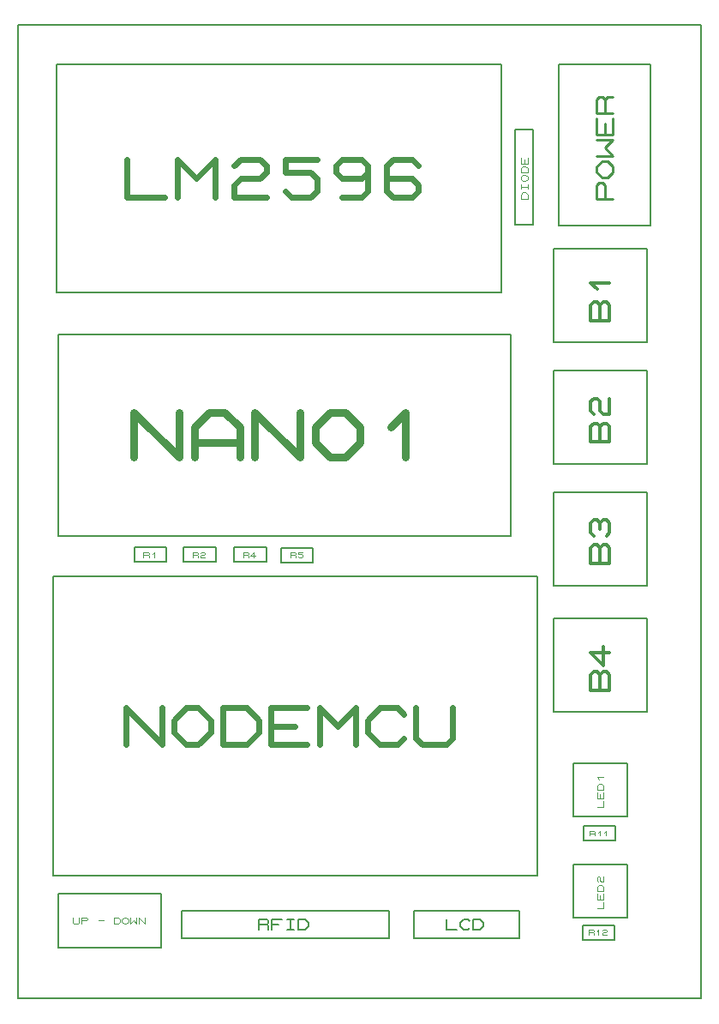
<source format=gbr>
G04 PROTEUS GERBER X2 FILE*
%TF.GenerationSoftware,Labcenter,Proteus,8.6-SP2-Build23525*%
%TF.CreationDate,2019-05-23T03:36:02+00:00*%
%TF.FileFunction,AssemblyDrawing,Top*%
%TF.FilePolarity,Positive*%
%TF.Part,Single*%
%FSLAX45Y45*%
%MOMM*%
G01*
%TA.AperFunction,Material*%
%ADD21C,0.203200*%
%ADD32C,0.745050*%
%TA.AperFunction,Profile*%
%ADD20C,0.203200*%
%TA.AperFunction,Material*%
%ADD33C,0.597540*%
%ADD34C,0.627180*%
%ADD35C,0.265050*%
%ADD36C,0.306990*%
%ADD37C,0.164590*%
%ADD38C,0.106680*%
%ADD39C,0.101030*%
%ADD40C,0.106040*%
%ADD41C,0.085340*%
%ADD42C,0.078740*%
%TD.AperFunction*%
D21*
X-10000160Y+1139840D02*
X-5529840Y+1139840D01*
X-5529840Y+3130160D01*
X-10000160Y+3130160D01*
X-10000160Y+1139840D01*
D32*
X-9255105Y+1911484D02*
X-9255105Y+2358516D01*
X-8808074Y+1911484D01*
X-8808074Y+2358516D01*
X-8659063Y+1911484D02*
X-8659063Y+2209505D01*
X-8510053Y+2358516D01*
X-8361042Y+2358516D01*
X-8212032Y+2209505D01*
X-8212032Y+1911484D01*
X-8659063Y+2060495D02*
X-8212032Y+2060495D01*
X-8063021Y+1911484D02*
X-8063021Y+2358516D01*
X-7615990Y+1911484D01*
X-7615990Y+2358516D01*
X-7466979Y+2209505D02*
X-7317969Y+2358516D01*
X-7168958Y+2358516D01*
X-7019948Y+2209505D01*
X-7019948Y+2060495D01*
X-7168958Y+1911484D01*
X-7317969Y+1911484D01*
X-7466979Y+2060495D01*
X-7466979Y+2209505D01*
X-6721927Y+2209505D02*
X-6572916Y+2358516D01*
X-6572916Y+1911484D01*
D20*
X-10400000Y-3430000D02*
X-3650000Y-3430000D01*
X-3650000Y+6180000D01*
X-10400000Y+6180000D01*
X-10400000Y-3430000D01*
D21*
X-10054160Y-2220160D02*
X-5273840Y-2220160D01*
X-5273840Y+740160D01*
X-10054160Y+740160D01*
X-10054160Y-2220160D01*
D33*
X-9337112Y-919262D02*
X-9337112Y-560738D01*
X-8978588Y-919262D01*
X-8978588Y-560738D01*
X-8859080Y-680246D02*
X-8739572Y-560738D01*
X-8620064Y-560738D01*
X-8500556Y-680246D01*
X-8500556Y-799754D01*
X-8620064Y-919262D01*
X-8739572Y-919262D01*
X-8859080Y-799754D01*
X-8859080Y-680246D01*
X-8381048Y-919262D02*
X-8381048Y-560738D01*
X-8142032Y-560738D01*
X-8022524Y-680246D01*
X-8022524Y-799754D01*
X-8142032Y-919262D01*
X-8381048Y-919262D01*
X-7544492Y-919262D02*
X-7903016Y-919262D01*
X-7903016Y-560738D01*
X-7544492Y-560738D01*
X-7903016Y-740000D02*
X-7664000Y-740000D01*
X-7424984Y-919262D02*
X-7424984Y-560738D01*
X-7245722Y-740000D01*
X-7066460Y-560738D01*
X-7066460Y-919262D01*
X-6588428Y-859508D02*
X-6648182Y-919262D01*
X-6827444Y-919262D01*
X-6946952Y-799754D01*
X-6946952Y-680246D01*
X-6827444Y-560738D01*
X-6648182Y-560738D01*
X-6588428Y-620492D01*
X-6468920Y-560738D02*
X-6468920Y-859508D01*
X-6409166Y-919262D01*
X-6170150Y-919262D01*
X-6110396Y-859508D01*
X-6110396Y-560738D01*
D21*
X-10020160Y+3539840D02*
X-5629840Y+3539840D01*
X-5629840Y+5790160D01*
X-10020160Y+5790160D01*
X-10020160Y+3539840D01*
D34*
X-9330250Y+4853156D02*
X-9330250Y+4476843D01*
X-8953938Y+4476843D01*
X-8828500Y+4476843D02*
X-8828500Y+4853156D01*
X-8640344Y+4665000D01*
X-8452188Y+4853156D01*
X-8452188Y+4476843D01*
X-8264032Y+4790437D02*
X-8201313Y+4853156D01*
X-8013157Y+4853156D01*
X-7950438Y+4790437D01*
X-7950438Y+4727718D01*
X-8013157Y+4665000D01*
X-8201313Y+4665000D01*
X-8264032Y+4602281D01*
X-8264032Y+4476843D01*
X-7950438Y+4476843D01*
X-7448688Y+4853156D02*
X-7762282Y+4853156D01*
X-7762282Y+4727718D01*
X-7511407Y+4727718D01*
X-7448688Y+4665000D01*
X-7448688Y+4539562D01*
X-7511407Y+4476843D01*
X-7699563Y+4476843D01*
X-7762282Y+4539562D01*
X-6946938Y+4727718D02*
X-7009657Y+4665000D01*
X-7197813Y+4665000D01*
X-7260532Y+4727718D01*
X-7260532Y+4790437D01*
X-7197813Y+4853156D01*
X-7009657Y+4853156D01*
X-6946938Y+4790437D01*
X-6946938Y+4539562D01*
X-7009657Y+4476843D01*
X-7197813Y+4476843D01*
X-6445188Y+4790437D02*
X-6507907Y+4853156D01*
X-6696063Y+4853156D01*
X-6758782Y+4790437D01*
X-6758782Y+4539562D01*
X-6696063Y+4476843D01*
X-6507907Y+4476843D01*
X-6445188Y+4539562D01*
X-6445188Y+4602281D01*
X-6507907Y+4665000D01*
X-6758782Y+4665000D01*
D21*
X-5060160Y+4199840D02*
X-4149840Y+4199840D01*
X-4149840Y+5790160D01*
X-5060160Y+5790160D01*
X-5060160Y+4199840D01*
D35*
X-4525484Y+4464895D02*
X-4684516Y+4464895D01*
X-4684516Y+4597421D01*
X-4658011Y+4623926D01*
X-4631505Y+4623926D01*
X-4605000Y+4597421D01*
X-4605000Y+4464895D01*
X-4631505Y+4676937D02*
X-4684516Y+4729947D01*
X-4684516Y+4782958D01*
X-4631505Y+4835968D01*
X-4578495Y+4835968D01*
X-4525484Y+4782958D01*
X-4525484Y+4729947D01*
X-4578495Y+4676937D01*
X-4631505Y+4676937D01*
X-4684516Y+4888979D02*
X-4525484Y+4888979D01*
X-4605000Y+4968494D01*
X-4525484Y+5048010D01*
X-4684516Y+5048010D01*
X-4525484Y+5260052D02*
X-4525484Y+5101021D01*
X-4684516Y+5101021D01*
X-4684516Y+5260052D01*
X-4605000Y+5101021D02*
X-4605000Y+5207042D01*
X-4525484Y+5313063D02*
X-4684516Y+5313063D01*
X-4684516Y+5445589D01*
X-4658011Y+5472094D01*
X-4631505Y+5472094D01*
X-4605000Y+5445589D01*
X-4605000Y+5313063D01*
X-4605000Y+5445589D02*
X-4578495Y+5472094D01*
X-4525484Y+5472094D01*
D21*
X-5110498Y+3049502D02*
X-4189502Y+3049502D01*
X-4189502Y+3970498D01*
X-5110498Y+3970498D01*
X-5110498Y+3049502D01*
D36*
X-4557900Y+3264402D02*
X-4742099Y+3264402D01*
X-4742099Y+3417900D01*
X-4711399Y+3448600D01*
X-4680699Y+3448600D01*
X-4650000Y+3417900D01*
X-4619300Y+3448600D01*
X-4588600Y+3448600D01*
X-4557900Y+3417900D01*
X-4557900Y+3264402D01*
X-4650000Y+3264402D02*
X-4650000Y+3417900D01*
X-4680699Y+3571399D02*
X-4742099Y+3632799D01*
X-4557900Y+3632799D01*
D21*
X-5110498Y+1849502D02*
X-4189502Y+1849502D01*
X-4189502Y+2770498D01*
X-5110498Y+2770498D01*
X-5110498Y+1849502D01*
D36*
X-4557900Y+2064402D02*
X-4742099Y+2064402D01*
X-4742099Y+2217900D01*
X-4711399Y+2248600D01*
X-4680699Y+2248600D01*
X-4650000Y+2217900D01*
X-4619300Y+2248600D01*
X-4588600Y+2248600D01*
X-4557900Y+2217900D01*
X-4557900Y+2064402D01*
X-4650000Y+2064402D02*
X-4650000Y+2217900D01*
X-4711399Y+2340699D02*
X-4742099Y+2371399D01*
X-4742099Y+2463498D01*
X-4711399Y+2494198D01*
X-4680699Y+2494198D01*
X-4650000Y+2463498D01*
X-4650000Y+2371399D01*
X-4619300Y+2340699D01*
X-4557900Y+2340699D01*
X-4557900Y+2494198D01*
D21*
X-5110498Y+649502D02*
X-4189502Y+649502D01*
X-4189502Y+1570498D01*
X-5110498Y+1570498D01*
X-5110498Y+649502D01*
D36*
X-4557900Y+864402D02*
X-4742099Y+864402D01*
X-4742099Y+1017900D01*
X-4711399Y+1048600D01*
X-4680699Y+1048600D01*
X-4650000Y+1017900D01*
X-4619300Y+1048600D01*
X-4588600Y+1048600D01*
X-4557900Y+1017900D01*
X-4557900Y+864402D01*
X-4650000Y+864402D02*
X-4650000Y+1017900D01*
X-4711399Y+1140699D02*
X-4742099Y+1171399D01*
X-4742099Y+1263498D01*
X-4711399Y+1294198D01*
X-4680699Y+1294198D01*
X-4650000Y+1263498D01*
X-4619300Y+1294198D01*
X-4588600Y+1294198D01*
X-4557900Y+1263498D01*
X-4557900Y+1171399D01*
X-4588600Y+1140699D01*
X-4650000Y+1202099D02*
X-4650000Y+1263498D01*
D21*
X-5110498Y-600498D02*
X-4189502Y-600498D01*
X-4189502Y+320498D01*
X-5110498Y+320498D01*
X-5110498Y-600498D01*
D36*
X-4557900Y-385598D02*
X-4742099Y-385598D01*
X-4742099Y-232100D01*
X-4711399Y-201400D01*
X-4680699Y-201400D01*
X-4650000Y-232100D01*
X-4619300Y-201400D01*
X-4588600Y-201400D01*
X-4557900Y-232100D01*
X-4557900Y-385598D01*
X-4650000Y-385598D02*
X-4650000Y-232100D01*
X-4619300Y+44198D02*
X-4619300Y-140000D01*
X-4742099Y-17201D01*
X-4557900Y-17201D01*
D21*
X-8787160Y-2837160D02*
X-6734840Y-2837160D01*
X-6734840Y-2562840D01*
X-8787160Y-2562840D01*
X-8787160Y-2837160D01*
D37*
X-8024346Y-2749378D02*
X-8024346Y-2650623D01*
X-7942051Y-2650623D01*
X-7925592Y-2667082D01*
X-7925592Y-2683541D01*
X-7942051Y-2700000D01*
X-8024346Y-2700000D01*
X-7942051Y-2700000D02*
X-7925592Y-2716460D01*
X-7925592Y-2749378D01*
X-7892673Y-2749378D02*
X-7892673Y-2650623D01*
X-7793919Y-2650623D01*
X-7892673Y-2700000D02*
X-7826837Y-2700000D01*
X-7744541Y-2650623D02*
X-7678705Y-2650623D01*
X-7711623Y-2650623D02*
X-7711623Y-2749378D01*
X-7744541Y-2749378D02*
X-7678705Y-2749378D01*
X-7629327Y-2749378D02*
X-7629327Y-2650623D01*
X-7563491Y-2650623D01*
X-7530573Y-2683541D01*
X-7530573Y-2716460D01*
X-7563491Y-2749378D01*
X-7629327Y-2749378D01*
D21*
X-5488900Y+4211100D02*
X-5311100Y+4211100D01*
X-5311100Y+5150900D01*
X-5488900Y+5150900D01*
X-5488900Y+4211100D01*
D38*
X-5367996Y+4467640D02*
X-5432004Y+4467640D01*
X-5432004Y+4510312D01*
X-5410668Y+4531648D01*
X-5389332Y+4531648D01*
X-5367996Y+4510312D01*
X-5367996Y+4467640D01*
X-5432004Y+4563652D02*
X-5432004Y+4606324D01*
X-5432004Y+4584988D02*
X-5367996Y+4584988D01*
X-5367996Y+4563652D02*
X-5367996Y+4606324D01*
X-5410668Y+4638328D02*
X-5432004Y+4659664D01*
X-5432004Y+4681000D01*
X-5410668Y+4702336D01*
X-5389332Y+4702336D01*
X-5367996Y+4681000D01*
X-5367996Y+4659664D01*
X-5389332Y+4638328D01*
X-5410668Y+4638328D01*
X-5367996Y+4723672D02*
X-5432004Y+4723672D01*
X-5432004Y+4766344D01*
X-5410668Y+4787680D01*
X-5389332Y+4787680D01*
X-5367996Y+4766344D01*
X-5367996Y+4723672D01*
X-5367996Y+4873024D02*
X-5367996Y+4809016D01*
X-5432004Y+4809016D01*
X-5432004Y+4873024D01*
X-5400000Y+4809016D02*
X-5400000Y+4851688D01*
D21*
X-6487160Y-2837160D02*
X-5450840Y-2837160D01*
X-5450840Y-2562840D01*
X-6487160Y-2562840D01*
X-6487160Y-2837160D01*
D37*
X-6166509Y-2650623D02*
X-6166509Y-2749378D01*
X-6067755Y-2749378D01*
X-5936082Y-2732919D02*
X-5952541Y-2749378D01*
X-6001918Y-2749378D01*
X-6034836Y-2716460D01*
X-6034836Y-2683541D01*
X-6001918Y-2650623D01*
X-5952541Y-2650623D01*
X-5936082Y-2667082D01*
X-5903163Y-2749378D02*
X-5903163Y-2650623D01*
X-5837327Y-2650623D01*
X-5804409Y-2683541D01*
X-5804409Y-2716460D01*
X-5837327Y-2749378D01*
X-5903163Y-2749378D01*
D21*
X-10000160Y-2930160D02*
X-8989840Y-2930160D01*
X-8989840Y-2389840D01*
X-10000160Y-2389840D01*
X-10000160Y-2930160D01*
D39*
X-9858712Y-2629691D02*
X-9858712Y-2680207D01*
X-9848609Y-2690310D01*
X-9808197Y-2690310D01*
X-9798094Y-2680207D01*
X-9798094Y-2629691D01*
X-9777887Y-2690310D02*
X-9777887Y-2629691D01*
X-9727372Y-2629691D01*
X-9717269Y-2639794D01*
X-9717269Y-2649897D01*
X-9727372Y-2660000D01*
X-9777887Y-2660000D01*
X-9606134Y-2660000D02*
X-9555619Y-2660000D01*
X-9454587Y-2690310D02*
X-9454587Y-2629691D01*
X-9414175Y-2629691D01*
X-9393969Y-2649897D01*
X-9393969Y-2670104D01*
X-9414175Y-2690310D01*
X-9454587Y-2690310D01*
X-9373762Y-2649897D02*
X-9353556Y-2629691D01*
X-9333350Y-2629691D01*
X-9313144Y-2649897D01*
X-9313144Y-2670104D01*
X-9333350Y-2690310D01*
X-9353556Y-2690310D01*
X-9373762Y-2670104D01*
X-9373762Y-2649897D01*
X-9292937Y-2629691D02*
X-9292937Y-2690310D01*
X-9262628Y-2660000D01*
X-9232319Y-2690310D01*
X-9232319Y-2629691D01*
X-9212112Y-2690310D02*
X-9212112Y-2629691D01*
X-9151494Y-2690310D01*
X-9151494Y-2629691D01*
D21*
X-4915110Y-1635110D02*
X-4384890Y-1635110D01*
X-4384890Y-1104890D01*
X-4915110Y-1104890D01*
X-4915110Y-1635110D01*
D40*
X-4681813Y-1539670D02*
X-4618186Y-1539670D01*
X-4618186Y-1476044D01*
X-4618186Y-1391209D02*
X-4618186Y-1454835D01*
X-4681813Y-1454835D01*
X-4681813Y-1391209D01*
X-4650000Y-1454835D02*
X-4650000Y-1412418D01*
X-4618186Y-1370000D02*
X-4681813Y-1370000D01*
X-4681813Y-1327583D01*
X-4660604Y-1306374D01*
X-4639395Y-1306374D01*
X-4618186Y-1327583D01*
X-4618186Y-1370000D01*
X-4660604Y-1263957D02*
X-4681813Y-1242748D01*
X-4618186Y-1242748D01*
D21*
X-4915110Y-2635110D02*
X-4384890Y-2635110D01*
X-4384890Y-2104890D01*
X-4915110Y-2104890D01*
X-4915110Y-2635110D01*
D40*
X-4681813Y-2539670D02*
X-4618186Y-2539670D01*
X-4618186Y-2476044D01*
X-4618186Y-2391209D02*
X-4618186Y-2454835D01*
X-4681813Y-2454835D01*
X-4681813Y-2391209D01*
X-4650000Y-2454835D02*
X-4650000Y-2412418D01*
X-4618186Y-2370000D02*
X-4681813Y-2370000D01*
X-4681813Y-2327583D01*
X-4660604Y-2306374D01*
X-4639395Y-2306374D01*
X-4618186Y-2327583D01*
X-4618186Y-2370000D01*
X-4671208Y-2274561D02*
X-4681813Y-2263957D01*
X-4681813Y-2232144D01*
X-4671208Y-2221539D01*
X-4660604Y-2221539D01*
X-4650000Y-2232144D01*
X-4650000Y-2263957D01*
X-4639395Y-2274561D01*
X-4618186Y-2274561D01*
X-4618186Y-2221539D01*
D21*
X-9250800Y+881420D02*
X-8935840Y+881420D01*
X-8935840Y+1023660D01*
X-9250800Y+1023660D01*
X-9250800Y+881420D01*
D41*
X-9161595Y+926936D02*
X-9161595Y+978143D01*
X-9118924Y+978143D01*
X-9110389Y+969608D01*
X-9110389Y+961074D01*
X-9118924Y+952540D01*
X-9161595Y+952540D01*
X-9118924Y+952540D02*
X-9110389Y+944005D01*
X-9110389Y+926936D01*
X-9076252Y+961074D02*
X-9059183Y+978143D01*
X-9059183Y+926936D01*
D21*
X-8764160Y+881420D02*
X-8449200Y+881420D01*
X-8449200Y+1023660D01*
X-8764160Y+1023660D01*
X-8764160Y+881420D01*
D41*
X-8674955Y+926936D02*
X-8674955Y+978143D01*
X-8632284Y+978143D01*
X-8623749Y+969608D01*
X-8623749Y+961074D01*
X-8632284Y+952540D01*
X-8674955Y+952540D01*
X-8632284Y+952540D02*
X-8623749Y+944005D01*
X-8623749Y+926936D01*
X-8598146Y+969608D02*
X-8589612Y+978143D01*
X-8564009Y+978143D01*
X-8555474Y+969608D01*
X-8555474Y+961074D01*
X-8564009Y+952540D01*
X-8589612Y+952540D01*
X-8598146Y+944005D01*
X-8598146Y+926936D01*
X-8555474Y+926936D01*
D21*
X-8264160Y+881420D02*
X-7949200Y+881420D01*
X-7949200Y+1023660D01*
X-8264160Y+1023660D01*
X-8264160Y+881420D01*
D41*
X-8174955Y+926936D02*
X-8174955Y+978143D01*
X-8132284Y+978143D01*
X-8123749Y+969608D01*
X-8123749Y+961074D01*
X-8132284Y+952540D01*
X-8174955Y+952540D01*
X-8132284Y+952540D02*
X-8123749Y+944005D01*
X-8123749Y+926936D01*
X-8055474Y+944005D02*
X-8106680Y+944005D01*
X-8072543Y+978143D01*
X-8072543Y+926936D01*
D21*
X-7800800Y+876340D02*
X-7485840Y+876340D01*
X-7485840Y+1018580D01*
X-7800800Y+1018580D01*
X-7800800Y+876340D01*
D41*
X-7711595Y+921856D02*
X-7711595Y+973063D01*
X-7668924Y+973063D01*
X-7660389Y+964528D01*
X-7660389Y+955994D01*
X-7668924Y+947460D01*
X-7711595Y+947460D01*
X-7668924Y+947460D02*
X-7660389Y+938925D01*
X-7660389Y+921856D01*
X-7592114Y+973063D02*
X-7634786Y+973063D01*
X-7634786Y+955994D01*
X-7600649Y+955994D01*
X-7592114Y+947460D01*
X-7592114Y+930391D01*
X-7600649Y+921856D01*
X-7626252Y+921856D01*
X-7634786Y+930391D01*
D21*
X-4814160Y-1868580D02*
X-4499200Y-1868580D01*
X-4499200Y-1726340D01*
X-4814160Y-1726340D01*
X-4814160Y-1868580D01*
D42*
X-4751168Y-1821082D02*
X-4751168Y-1773838D01*
X-4711798Y-1773838D01*
X-4703924Y-1781712D01*
X-4703924Y-1789586D01*
X-4711798Y-1797460D01*
X-4751168Y-1797460D01*
X-4711798Y-1797460D02*
X-4703924Y-1805334D01*
X-4703924Y-1821082D01*
X-4672428Y-1789586D02*
X-4656680Y-1773838D01*
X-4656680Y-1821082D01*
X-4609436Y-1789586D02*
X-4593688Y-1773838D01*
X-4593688Y-1821082D01*
D21*
X-4824160Y-2848580D02*
X-4509200Y-2848580D01*
X-4509200Y-2706340D01*
X-4824160Y-2706340D01*
X-4824160Y-2848580D01*
D42*
X-4761168Y-2801082D02*
X-4761168Y-2753838D01*
X-4721798Y-2753838D01*
X-4713924Y-2761712D01*
X-4713924Y-2769586D01*
X-4721798Y-2777460D01*
X-4761168Y-2777460D01*
X-4721798Y-2777460D02*
X-4713924Y-2785334D01*
X-4713924Y-2801082D01*
X-4682428Y-2769586D02*
X-4666680Y-2753838D01*
X-4666680Y-2801082D01*
X-4627310Y-2761712D02*
X-4619436Y-2753838D01*
X-4595814Y-2753838D01*
X-4587940Y-2761712D01*
X-4587940Y-2769586D01*
X-4595814Y-2777460D01*
X-4619436Y-2777460D01*
X-4627310Y-2785334D01*
X-4627310Y-2801082D01*
X-4587940Y-2801082D01*
M02*

</source>
